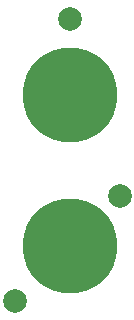
<source format=gbr>
%TF.GenerationSoftware,KiCad,Pcbnew,9.0.2*%
%TF.CreationDate,2025-05-29T00:27:20+01:00*%
%TF.ProjectId,led_jewellery,6c65645f-6a65-4776-956c-6c6572792e6b,rev?*%
%TF.SameCoordinates,Original*%
%TF.FileFunction,Copper,L2,Bot*%
%TF.FilePolarity,Positive*%
%FSLAX46Y46*%
G04 Gerber Fmt 4.6, Leading zero omitted, Abs format (unit mm)*
G04 Created by KiCad (PCBNEW 9.0.2) date 2025-05-29 00:27:20*
%MOMM*%
%LPD*%
G01*
G04 APERTURE LIST*
%TA.AperFunction,SMDPad,CuDef*%
%ADD10C,8.000000*%
%TD*%
%TA.AperFunction,ViaPad*%
%ADD11C,2.000000*%
%TD*%
%TA.AperFunction,ViaPad*%
%ADD12C,0.800000*%
%TD*%
G04 APERTURE END LIST*
D10*
%TO.P,J1,1,Pin_1*%
%TO.N,/BAT-*%
X124500000Y-84800000D03*
%TD*%
%TO.P,J2,1,Pin_1*%
%TO.N,/BAT+*%
X124500000Y-72000000D03*
%TD*%
D11*
%TO.N,/BAT-*%
X128742641Y-80557360D03*
%TO.N,/LED+*%
X119886836Y-89413165D03*
D12*
%TO.N,/BAT-*%
X126974874Y-87274874D03*
X122025126Y-82325126D03*
D11*
%TO.N,/LED+*%
X124500000Y-65573000D03*
D12*
%TO.N,/BAT+*%
X124000000Y-72500000D03*
X125000000Y-72500000D03*
X125000000Y-71500000D03*
X124000000Y-71500000D03*
%TD*%
M02*

</source>
